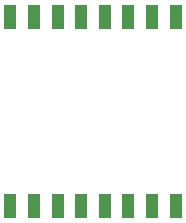
<source format=gbp>
G04 #@! TF.FileFunction,Paste,Bot*
%FSLAX46Y46*%
G04 Gerber Fmt 4.6, Leading zero omitted, Abs format (unit mm)*
G04 Created by KiCad (PCBNEW 4.0.7-e1-6374~58~ubuntu14.04.1) date Sat Jan 27 07:15:51 2018*
%MOMM*%
%LPD*%
G01*
G04 APERTURE LIST*
%ADD10C,0.100000*%
%ADD11R,1.000000X2.000000*%
G04 APERTURE END LIST*
D10*
D11*
X92060000Y-81270000D03*
X94060000Y-81270000D03*
X96060000Y-81270000D03*
X98060000Y-81270000D03*
X100060000Y-81270000D03*
X102060000Y-81270000D03*
X104060000Y-81270000D03*
X106060000Y-81270000D03*
X106060000Y-97270000D03*
X104060000Y-97270000D03*
X102060000Y-97270000D03*
X100060000Y-97270000D03*
X98060000Y-97270000D03*
X96060000Y-97270000D03*
X94060000Y-97270000D03*
X92060000Y-97270000D03*
M02*

</source>
